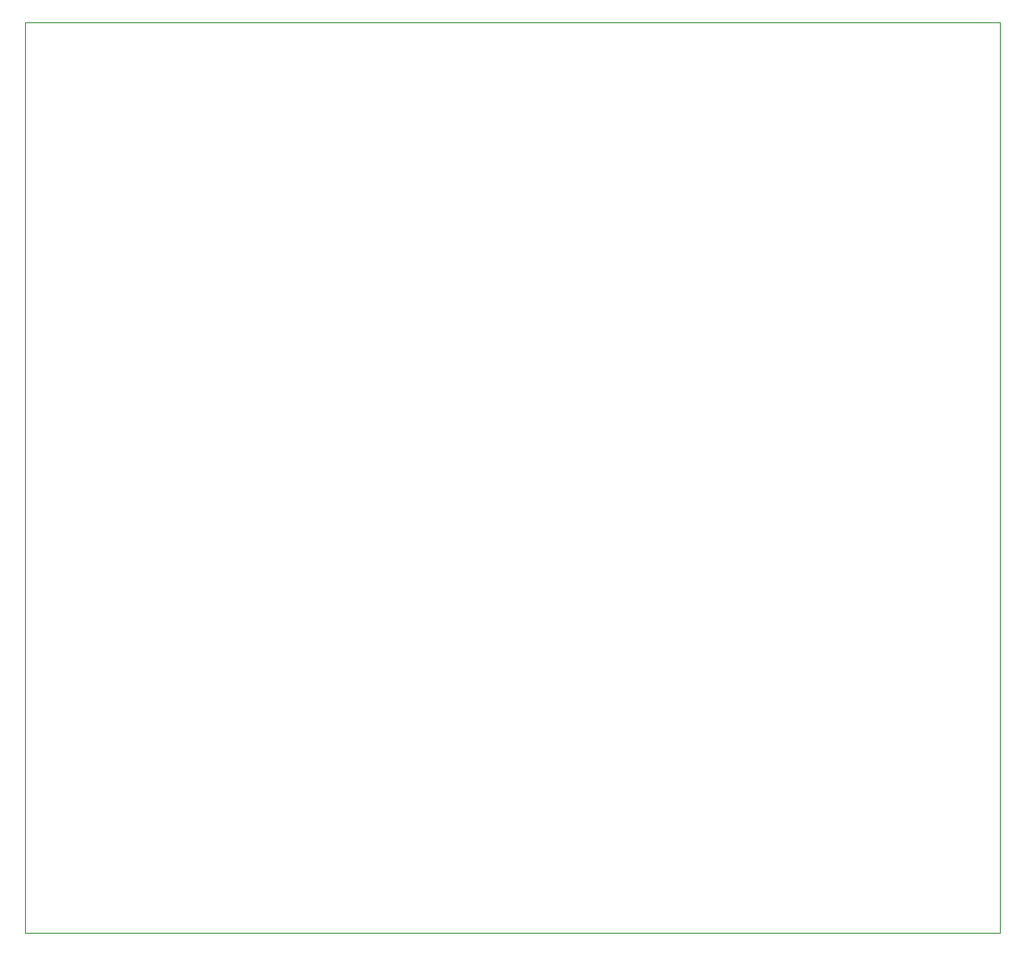
<source format=gm1>
%TF.GenerationSoftware,KiCad,Pcbnew,8.0.0*%
%TF.CreationDate,2024-05-10T19:48:46+02:00*%
%TF.ProjectId,plc_io_module,706c635f-696f-45f6-9d6f-64756c652e6b,1.0.0*%
%TF.SameCoordinates,Original*%
%TF.FileFunction,Profile,NP*%
%FSLAX46Y46*%
G04 Gerber Fmt 4.6, Leading zero omitted, Abs format (unit mm)*
G04 Created by KiCad (PCBNEW 8.0.0) date 2024-05-10 19:48:46*
%MOMM*%
%LPD*%
G01*
G04 APERTURE LIST*
%TA.AperFunction,Profile*%
%ADD10C,0.050000*%
%TD*%
G04 APERTURE END LIST*
D10*
X99060000Y-55880000D02*
X191516000Y-55880000D01*
X191516000Y-142240000D01*
X99060000Y-142240000D01*
X99060000Y-55880000D01*
M02*

</source>
